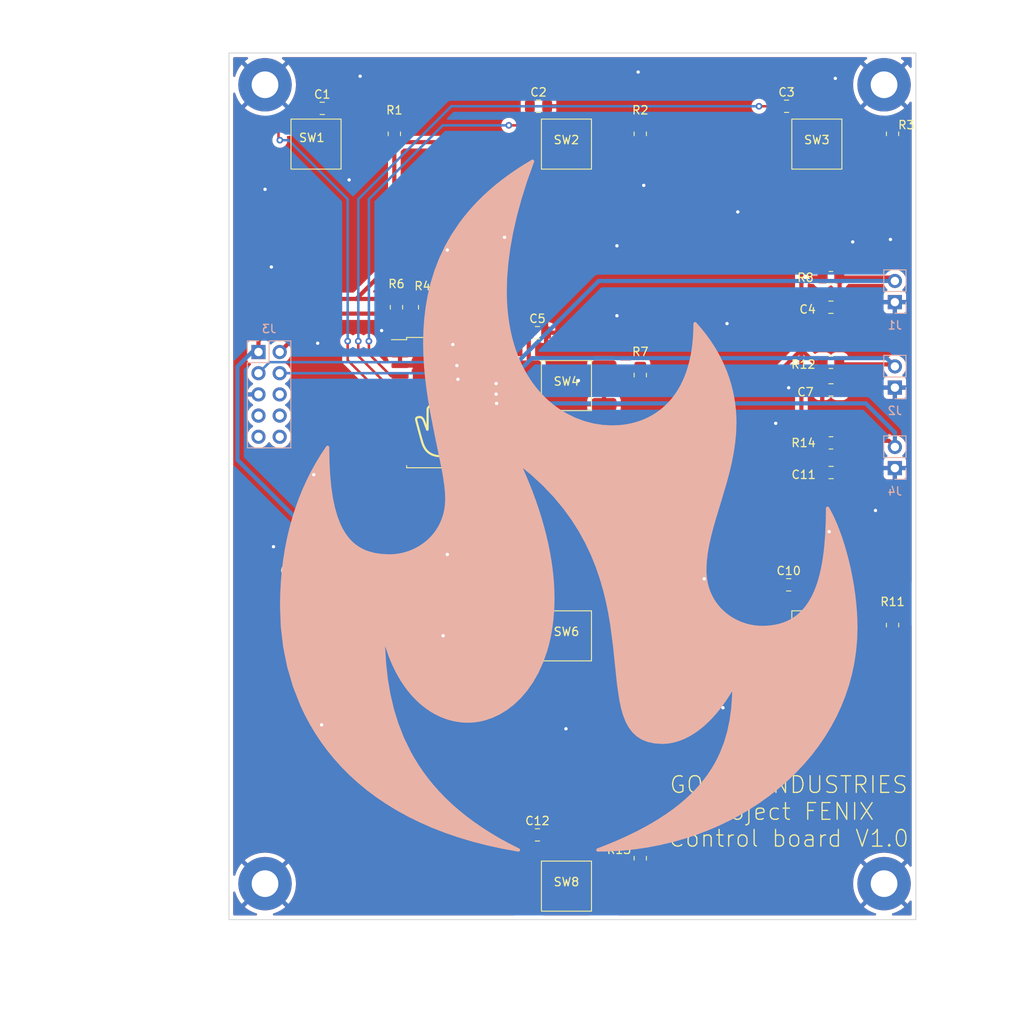
<source format=kicad_pcb>
(kicad_pcb (version 20211014) (generator pcbnew)
  (layers (0 "F.Cu" signal) (31 "B.Cu" signal) (34 "B.Paste" user) (35 "F.Paste" user) (36 "B.SilkS" user "B.Silkscreen") (37 "F.SilkS" user "F.Silkscreen") (38 "B.Mask" user) (39 "F.Mask" user) (44 "Edge.Cuts" user))
  (net 0 "")
  (net 1 "LEFT")
  (net 2 "GND")
  (net 3 "MENU")
  (net 4 "OK")
  (net 5 "DOWN")
  (net 6 "HOME")
  (net 7 "UP")
  (net 8 "RIGHT")
  (net 9 "BACK")
  (net 10 "BTN1")
  (net 11 "BTN2")
  (net 12 "BTN3")
  (net 13 "Net-(R1-Pad1)")
  (net 14 "+3.3V")
  (net 15 "Net-(R2-Pad1)")
  (net 16 "Net-(R3-Pad1)")
  (net 17 "Net-(R7-Pad1)")
  (net 26 "INT")
  (net 27 "SDA")
  (net 28 "SCL")
  (net 36 "Net-(R9-Pad1)")
  (net 37 "Net-(R10-Pad1)")
  (net 38 "Net-(R11-Pad1)")
  (net 39 "Net-(R13-Pad1)")
  (footprint "Resistor_SMD:R_0805_2012Metric_Pad1.20x1.40mm_HandSolder" (layer "F.Cu") (at 148.844 108.712 -90)
    (fp_text reference "R10")
    (fp_text value "10k")
  )
  (footprint "" (layer "F.Cu") (at 103.886 139.7)
    (fp_text reference "")
    (fp_text value "")
  )
  (footprint "Capacitor_SMD:C_0805_2012Metric_Pad1.18x1.45mm_HandSolder" (layer "F.Cu") (at 106.68 103.886)
    (fp_text reference "C8")
    (fp_text value "100nF")
  )
  (footprint "Resistor_SMD:R_0805_2012Metric_Pad1.20x1.40mm_HandSolder" (layer "F.Cu") (at 148.844 49.822 -90)
    (fp_text reference "R2")
    (fp_text value "10k")
  )
  (footprint "TL3301SPF160QG:TL3301SPF160QG" (layer "F.Cu") (at 170 51.054)
    (fp_text reference "SW3")
    (fp_text value "SW_MEC_5E")
  )
  (footprint "Capacitor_SMD:C_0805_2012Metric_Pad1.18x1.45mm_HandSolder" (layer "F.Cu") (at 171.688 70.612 180)
    (fp_text reference "C4")
    (fp_text value "100nF")
  )
  (footprint "TL3301SPF160QG:TL3301SPF160QG" (layer "F.Cu") (at 110 110)
    (fp_text reference "SW5")
    (fp_text value "SW_MEC_5E")
  )
  (footprint "Resistor_SMD:R_0805_2012Metric_Pad1.20x1.40mm_HandSolder" (layer "F.Cu") (at 119.38 108.966 -90)
    (fp_text reference "R9")
    (fp_text value "10k")
  )
  (footprint "Capacitor_SMD:C_0805_2012Metric_Pad1.18x1.45mm_HandSolder" (layer "F.Cu") (at 130.183857 69.7554)
    (fp_text reference "C6")
    (fp_text value "100nF")
  )
  (footprint "TL3301SPF160QG:TL3301SPF160QG" (layer "F.Cu") (at 140 110)
    (fp_text reference "SW6")
    (fp_text value "SW_MEC_5E")
  )
  (footprint "TL3301SPF160QG:TL3301SPF160QG" (layer "F.Cu") (at 140 80)
    (fp_text reference "SW4")
    (fp_text value "SW_MEC_5E")
  )
  (footprint "TL3301SPF160QG:TL3301SPF160QG" (layer "F.Cu") (at 110 51.054)
    (fp_text reference "SW1")
    (fp_text value "SW_MEC_5E")
  )
  (footprint "Resistor_SMD:R_0805_2012Metric_Pad1.20x1.40mm_HandSolder" (layer "F.Cu") (at 179.07 108.712 -90)
    (fp_text reference "R11")
    (fp_text value "10k")
  )
  (footprint "TL3301SPF160QG:TL3301SPF160QG" (layer "F.Cu") (at 170 110)
    (fp_text reference "SW7")
    (fp_text value "SW_MEC_5E")
  )
  (footprint "Capacitor_SMD:C_0805_2012Metric_Pad1.18x1.45mm_HandSolder" (layer "F.Cu") (at 136.652 46.52)
    (fp_text reference "C2")
    (fp_text value "100nF")
  )
  (footprint "Resistor_SMD:R_0805_2012Metric_Pad1.20x1.40mm_HandSolder" (layer "F.Cu") (at 119.38 49.822 -90)
    (fp_text reference "R1")
    (fp_text value "10k")
  )
  (footprint "Capacitor_SMD:C_0805_2012Metric_Pad1.18x1.45mm_HandSolder" (layer "F.Cu") (at 110.744 46.774)
    (fp_text reference "C1")
    (fp_text value "100nF")
  )
  (footprint "Capacitor_SMD:C_0805_2012Metric_Pad1.18x1.45mm_HandSolder" (layer "F.Cu") (at 136.525 73.66)
    (fp_text reference "C5")
    (fp_text value "100nF")
  )
  (footprint "Resistor_SMD:R_0805_2012Metric_Pad1.20x1.40mm_HandSolder" (layer "F.Cu") (at 171.688 67.056 180)
    (fp_text reference "R8")
    (fp_text value "10k")
  )
  (footprint "Capacitor_SMD:C_0805_2012Metric_Pad1.18x1.45mm_HandSolder" (layer "F.Cu") (at 166.624 103.886)
    (fp_text reference "C10")
    (fp_text value "100nF")
  )
  (footprint "TL3301SPF160QG:TL3301SPF160QG" (layer "F.Cu") (at 140 51.054)
    (fp_text reference "SW2")
    (fp_text value "SW_MEC_5E")
  )
  (footprint "" (layer "F.Cu") (at 178.054 139.7)
    (fp_text reference "")
    (fp_text value "")
  )
  (footprint "" (layer "F.Cu") (at 178.054 43.942)
    (fp_text reference "")
    (fp_text value "")
  )
  (footprint "Resistor_SMD:R_0805_2012Metric_Pad1.20x1.40mm_HandSolder" (layer "F.Cu") (at 148.844 136.652 90)
    (fp_text reference "R13")
    (fp_text value "10k")
  )
  (footprint "Resistor_SMD:R_0805_2012Metric_Pad1.20x1.40mm_HandSolder" (layer "F.Cu") (at 148.844 78.74 -90)
    (fp_text reference "R7")
    (fp_text value "10k")
  )
  (footprint "Capacitor_SMD:C_0805_2012Metric_Pad1.18x1.45mm_HandSolder" (layer "F.Cu") (at 166.37 46.52)
    (fp_text reference "C3")
    (fp_text value "100nF")
  )
  (footprint "Resistor_SMD:R_0805_2012Metric_Pad1.20x1.40mm_HandSolder" (layer "F.Cu") (at 179.07 49.822 -90)
    (fp_text reference "R3")
    (fp_text value "10k")
  )
  (footprint "Resistor_SMD:R_0805_2012Metric_Pad1.20x1.40mm_HandSolder" (layer "F.Cu") (at 171.688 86.868 180)
    (fp_text reference "R14")
    (fp_text value "10k")
  )
  (footprint "Resistor_SMD:R_0805_2012Metric_Pad1.20x1.40mm_HandSolder" (layer "F.Cu") (at 119.634 70.612 90)
    (fp_text reference "R6")
    (fp_text value "10k")
  )
  (footprint "" (layer "F.Cu") (at 103.886 43.942)
    (fp_text reference "")
    (fp_text value "")
  )
  (footprint "TL3301SPF160QG:TL3301SPF160QG" (layer "F.Cu") (at 140 140)
    (fp_text reference "SW8")
    (fp_text value "SW_MEC_5E")
  )
  (footprint "Resistor_SMD:R_0805_2012Metric_Pad1.20x1.40mm_HandSolder" (layer "F.Cu") (at 171.688 77.216 180)
    (fp_text reference "R12")
    (fp_text value "10k")
  )
  (footprint "Capacitor_SMD:C_0805_2012Metric_Pad1.18x1.45mm_HandSolder" (layer "F.Cu") (at 171.704 90.424 180)
    (fp_text reference "C11")
    (fp_text value "100nF")
  )
  (footprint "Capacitor_SMD:C_0805_2012Metric_Pad1.18x1.45mm_HandSolder" (layer "F.Cu") (at 171.688 80.518 180)
    (fp_text reference "C7")
    (fp_text value "100nF")
  )
  (footprint "Capacitor_SMD:C_0805_2012Metric_Pad1.18x1.45mm_HandSolder" (layer "F.Cu") (at 136.525 133.858)
    (fp_text reference "C12")
    (fp_text value "100nF")
  )
  (footprint "Capacitor_SMD:C_0805_2012Metric_Pad1.18x1.45mm_HandSolder" (layer "F.Cu") (at 136.652 103.886)
    (fp_text reference "C9")
    (fp_text value "100nF")
  )
  (footprint "Resistor_SMD:R_0805_2012Metric_Pad1.20x1.40mm_HandSolder" (layer "F.Cu") (at 123.010666 70.612 90)
    (fp_text reference "R4")
    (fp_text value "10k")
  )
  (footprint "Resistor_SMD:R_0805_2012Metric_Pad1.20x1.40mm_HandSolder" (layer "F.Cu") (at 126.387332 70.612 90)
    (fp_text reference "R5")
    (fp_text value "10k")
  )
  (footprint "Package_SO:SOIC-24W_7.5x15.4mm_P1.27mm" (layer "F.Cu") (at 124.714 82.042)
    (fp_text reference "U1")
    (fp_text value "PCA9555D")
  )
  (footprint "Connector_PinSocket_2.54mm:PinSocket_1x02_P2.54mm_Vertical" (layer "B.Cu") (at 179.349 70)
    (fp_text reference "J1")
    (fp_text value "BTN1")
  )
  (footprint "Connector_PinSocket_2.54mm:PinSocket_1x02_P2.54mm_Vertical" (layer "B.Cu") (at 179.349 89.896)
    (fp_text reference "J4")
    (fp_text value "BTN3")
  )
  (footprint "Connector_PinSocket_2.54mm:PinSocket_2x05_P2.54mm_Vertical" (layer "B.Cu") (at 103.104 75.976 180)
    (fp_text reference "J3")
    (fp_text value "IDC_CONN")
  )
  (footprint "Connector_PinSocket_2.54mm:PinSocket_1x02_P2.54mm_Vertical" (layer "B.Cu") (at 179.349 80.244)
    (fp_text reference "J2")
    (fp_text value "BTN2")
  )
  (gr_poly (pts (xy 135.128 55.372) (xy 134.442564 57.539929) (xy 133.87619 59.618562) (xy 133.423918 61.607898) (xy 133.080786 63.507937) (xy 132.841834 65.318679) (xy 132.702101 67.040124) (xy 132.656626 68.672272) (xy 132.676241 69.70604) (xy 132.734167 70.704034) (xy 132.829028 71.666449) (xy 132.95945 72.593479) (xy 133.124055 73.485317) (xy 133.321469 74.342158) (xy 133.550315 75.164194) (xy 133.809217 75.95162) (xy 134.096799 76.704629) (xy 134.411686 77.423416) (xy 134.752502 78.108174) (xy 135.117871 78.759097) (xy 135.506416 79.376378) (xy 135.916762 79.960212) (xy 136.347534 80.510792) (xy 136.797354 81.028312) (xy 137.264848 81.512965) (xy 137.74864 81.964947) (xy 138.247353 82.38445) (xy 138.759611 82.771667) (xy 139.28404 83.126794) (xy 139.819262 83.450024) (xy 140.916585 84.001566) (xy 142.040574 84.427845) (xy 143.18022 84.73041) (xy 144.324517 84.910813) (xy 145.462458 84.970602) (xy 146.376459 84.932698) (xy 146.832897 84.884532) (xy 147.287669 84.816193) (xy 147.739806 84.727158) (xy 148.188338 84.616903) (xy 148.632296 84.484905) (xy 149.070713 84.330641) (xy 149.502618 84.153588) (xy 149.927043 83.953223) (xy 150.343019 83.729021) (xy 150.749577 83.480461) (xy 151.145748 83.207018) (xy 151.530563 82.90817) (xy 151.903053 82.583394) (xy 152.262249 82.232165) (xy 152.607183 81.853961) (xy 152.936885 81.44826) (xy 153.250387 81.014536) (xy 153.546719 80.552268) (xy 153.824913 80.060931) (xy 154.083999 79.540004) (xy 154.323009 78.988962) (xy 154.540974 78.407282) (xy 154.736924 77.794442) (xy 154.909892 77.149917) (xy 155.058907 76.473185) (xy 155.183002 75.763723) (xy 155.281207 75.021006) (xy 155.352552 74.244513) (xy 155.39607 73.43372) (xy 155.410792 72.588103) (xy 156.004942 73.268862) (xy 156.557389 73.961249) (xy 157.068598 74.664487) (xy 157.539034 75.377803) (xy 157.969163 76.10042) (xy 158.35945 76.831564) (xy 158.710358 77.57046) (xy 159.022355 78.316331) (xy 159.295904 79.068404) (xy 159.531471 79.825903) (xy 159.729521 80.588053) (xy 159.890519 81.354079) (xy 160.01493 82.123205) (xy 160.103219 82.894657) (xy 160.155852 83.667659) (xy 160.173293 84.441437) (xy 160.132882 85.66312) (xy 160.018677 86.867749) (xy 159.84122 88.055636) (xy 159.611053 89.227089) (xy 159.338718 90.382419) (xy 159.034757 91.521936) (xy 158.374125 93.754771) (xy 157.713493 95.928075) (xy 157.409532 96.993178) (xy 157.137197 98.044328) (xy 156.90703 99.081836) (xy 156.729573 100.106011) (xy 156.615368 101.117164) (xy 156.574957 102.115605) (xy 156.585079 102.517108) (xy 156.615007 102.907933) (xy 156.66408 103.287945) (xy 156.73164 103.657009) (xy 156.817029 104.014987) (xy 156.919587 104.361746) (xy 157.038656 104.697148) (xy 157.173577 105.021059) (xy 157.323691 105.333343) (xy 157.488338 105.633864) (xy 157.666861 105.922487) (xy 157.8586 106.199075) (xy 158.062896 106.463494) (xy 158.279091 106.715607) (xy 158.506526 106.955279) (xy 158.744541 107.182374) (xy 158.992478 107.396757) (xy 159.249678 107.598292) (xy 159.515483 107.786843) (xy 159.789232 107.962275) (xy 160.070268 108.124452) (xy 160.357932 108.273238) (xy 160.651564 108.408498) (xy 160.950505 108.530096) (xy 161.254098 108.637896) (xy 161.561683 108.731763) (xy 161.872601 108.811561) (xy 162.186193 108.877155) (xy 162.501801 108.928408) (xy 162.818765 108.965185) (xy 163.136426 108.987351) (xy 163.454127 108.99477) (xy 164.007345 108.979015) (xy 164.536205 108.931983) (xy 165.041151 108.854023) (xy 165.52263 108.745483) (xy 165.981087 108.606713) (xy 166.416968 108.43806) (xy 166.830718 108.239875) (xy 167.222784 108.012505) (xy 167.593611 107.7563) (xy 167.943644 107.471608) (xy 168.27333 107.158778) (xy 168.583114 106.818159) (xy 168.873442 106.4501) (xy 169.14476 106.05495) (xy 169.397512 105.633057) (xy 169.632146 105.184771) (xy 169.849106 104.710439) (xy 170.048839 104.210412) (xy 170.231789 103.685037) (xy 170.398404 103.134664) (xy 170.549128 102.559641) (xy 170.684407 101.960317) (xy 170.804687 101.337041) (xy 170.910414 100.690162) (xy 171.002033 100.020028) (xy 171.07999 99.326989) (xy 171.196702 97.87359) (xy 171.264114 96.332754) (xy 171.285792 94.707272) (xy 171.62032 95.316537) (xy 171.947872 95.989674) (xy 172.266431 96.721103) (xy 172.573984 97.505241) (xy 172.868514 98.336508) (xy 173.148005 99.209323) (xy 173.410444 100.118104) (xy 173.653814 101.057272) (xy 173.8761 102.021244) (xy 174.075286 103.004439) (xy 174.249358 104.001277) (xy 174.396299 105.006177) (xy 174.514095 106.013557) (xy 174.600731 107.017837) (xy 174.65419 108.013435) (xy 174.672457 108.99477) (xy 174.630063 110.430749) (xy 174.504457 111.840643) (xy 174.298003 113.223175) (xy 174.013066 114.577065) (xy 173.652009 115.901035) (xy 173.217197 117.193805) (xy 172.710994 118.454096) (xy 172.135764 119.68063) (xy 171.493872 120.872127) (xy 170.787681 122.027308) (xy 170.019557 123.144895) (xy 169.191862 124.223608) (xy 168.306961 125.262169) (xy 167.367219 126.259298) (xy 166.374999 127.213716) (xy 165.332666 128.124145) (xy 164.242584 128.989305) (xy 163.107117 129.807918) (xy 161.92863 130.578704) (xy 160.709486 131.300385) (xy 159.45205 131.971681) (xy 158.158685 132.591313) (xy 156.831758 133.158003) (xy 155.47363 133.670472) (xy 154.086667 134.12744) (xy 152.673232 134.527629) (xy 151.235691 134.869759) (xy 149.776407 135.152552) (xy 148.297744 135.374728) (xy 146.802067 135.535009) (xy 145.291739 135.632115) (xy 143.769125 135.664768) (xy 145.026368 135.173661) (xy 146.219466 134.672787) (xy 147.350011 134.162301) (xy 148.41959 133.642359) (xy 149.429793 133.113114) (xy 150.382209 132.574723) (xy 151.278427 132.02734) (xy 152.120035 131.471121) (xy 152.908624 130.90622) (xy 153.645781 130.332792) (xy 154.333097 129.750993) (xy 154.97216 129.160977) (xy 155.564559 128.5629) (xy 156.111883 127.956916) (xy 156.615722 127.343181) (xy 157.077664 126.72185) (xy 157.499298 126.093077) (xy 157.882214 125.457017) (xy 158.228 124.813827) (xy 158.538246 124.16366) (xy 159.058472 122.843017) (xy 159.455605 121.49633) (xy 159.742358 120.124838) (xy 159.931442 118.729781) (xy 160.035569 117.3124) (xy 160.067454 115.873936) (xy 159.749702 116.424422) (xy 159.431678 116.945318) (xy 159.113732 117.437416) (xy 158.796213 117.901513) (xy 158.479469 118.338402) (xy 158.163848 118.748878) (xy 157.849701 119.133735) (xy 157.537375 119.493768) (xy 157.227219 119.829772) (xy 156.919583 120.14254) (xy 156.313264 120.701551) (xy 155.721207 121.177155) (xy 155.146203 121.57571) (xy 154.591044 121.903572) (xy 154.058518 122.167097) (xy 153.551418 122.37264) (xy 153.072533 122.526559) (xy 152.624653 122.635209) (xy 152.21057 122.704947) (xy 151.833074 122.742128) (xy 151.494955 122.753109) (xy 150.58431 122.695916) (xy 149.790848 122.52749) (xy 149.105247 122.252558) (xy 148.518186 121.87585) (xy 148.020345 121.402093) (xy 147.602402 120.836017) (xy 147.255037 120.182348) (xy 146.968927 119.445817) (xy 146.734752 118.631151) (xy 146.54319 117.743078) (xy 146.250624 115.765628) (xy 145.766726 111.1379) (xy 145.426256 108.563276) (xy 145.198766 107.227324) (xy 144.920679 105.86525) (xy 144.582674 104.481781) (xy 144.175428 103.081647) (xy 143.689621 101.669575) (xy 143.115932 100.250295) (xy 142.445039 98.828534) (xy 141.667623 97.409021) (xy 140.77436 95.996485) (xy 139.755931 94.595653) (xy 138.603014 93.211255) (xy 137.306288 91.848018) (xy 135.856431 90.51067) (xy 134.244124 89.203942) (xy 134.77882 90.384593) (xy 135.272278 91.54509) (xy 135.725429 92.685124) (xy 136.139202 93.804383) (xy 136.514527 94.902559) (xy 136.852336 95.979341) (xy 137.153558 97.034418) (xy 137.419123 98.067482) (xy 137.649962 99.078221) (xy 137.847004 100.066326) (xy 138.01118 101.031486) (xy 138.14342 101.973392) (xy 138.244654 102.891734) (xy 138.315812 103.7862) (xy 138.357825 104.656483) (xy 138.371623 105.50227) (xy 138.356594 106.382501) (xy 138.312169 107.237151) (xy 138.239334 108.066067) (xy 138.139079 108.869093) (xy 138.012391 109.646074) (xy 137.860259 110.396855) (xy 137.683671 111.121281) (xy 137.483615 111.819197) (xy 137.017054 113.134879) (xy 136.468483 114.34266) (xy 135.845808 115.441301) (xy 135.156936 116.429561) (xy 134.409772 117.3062) (xy 133.612224 118.069977) (xy 132.772198 118.719653) (xy 131.8976 119.253987) (xy 130.996337 119.671739) (xy 130.076316 119.971668) (xy 129.611741 120.077063) (xy 129.145442 120.152536) (xy 128.678406 120.197934) (xy 128.211623 120.213101) (xy 127.814825 120.203166) (xy 127.418493 120.17331) (xy 127.023091 120.123455) (xy 126.629084 120.053524) (xy 126.236938 119.963439) (xy 125.847117 119.853123) (xy 125.460086 119.722498) (xy 125.076311 119.571486) (xy 124.696257 119.400011) (xy 124.320388 119.207994) (xy 123.949171 118.995359) (xy 123.583069 118.762027) (xy 123.222549 118.507921) (xy 122.868074 118.232964) (xy 122.520111 117.937078) (xy 122.179124 117.620185) (xy 121.845578 117.282208) (xy 121.519939 116.92307) (xy 121.202672 116.542693) (xy 120.894241 116.141) (xy 120.595112 115.717912) (xy 120.30575 115.273353) (xy 120.02662 114.807244) (xy 119.758186 114.31951) (xy 119.500915 113.810071) (xy 119.255271 113.27885) (xy 119.02172 112.72577) (xy 118.800725 112.150754) (xy 118.592754 111.553724) (xy 118.398269 110.934602) (xy 118.217738 110.29331) (xy 118.051624 109.629772) (xy 118.088133 111.508108) (xy 118.204793 113.37032) (xy 118.412299 115.212688) (xy 118.72135 117.031491) (xy 119.142642 118.82301) (xy 119.686873 120.583522) (xy 120.364738 122.309308) (xy 121.186936 123.996646) (xy 121.655503 124.824735) (xy 122.164163 125.641817) (xy 122.714256 126.447426) (xy 123.307117 127.241098) (xy 123.944084 128.022368) (xy 124.626494 128.790771) (xy 125.355684 129.545841) (xy 126.132991 130.287113) (xy 126.959752 131.014123) (xy 127.837305 131.726405) (xy 128.766987 132.423494) (xy 129.750134 133.104925) (xy 130.788085 133.770233) (xy 131.882175 134.418953) (xy 133.033742 135.05062) (xy 134.244124 135.664768) (xy 132.347027 135.319654) (xy 130.524635 134.920473) (xy 128.775999 134.46897) (xy 127.100168 133.966888) (xy 125.496193 133.415972) (xy 123.963124 132.817966) (xy 122.500013 132.174614) (xy 121.105909 131.48766) (xy 119.779862 130.758848) (xy 118.520924 129.989922) (xy 117.328145 129.182626) (xy 116.200575 128.338705) (xy 115.137265 127.459902) (xy 114.137265 126.547962) (xy 113.199625 125.604628) (xy 112.323396 124.631645) (xy 111.507629 123.630757) (xy 110.751374 122.603707) (xy 110.05368 121.55224) (xy 109.4136 120.4781) (xy 108.830183 119.383032) (xy 108.30248 118.268778) (xy 107.410415 115.989693) (xy 106.729811 113.654797) (xy 106.25307 111.278043) (xy 105.972596 108.873385) (xy 105.880793 106.454773) (xy 105.905391 105.003699) (xy 105.978358 103.587351) (xy 106.098454 102.205729) (xy 106.264439 100.858835) (xy 106.475072 99.546667) (xy 106.729113 98.269225) (xy 107.025323 97.02651) (xy 107.36246 95.818522) (xy 107.739284 94.645261) (xy 108.154556 93.506726) (xy 108.607035 92.402917) (xy 109.09548 91.333835) (xy 109.618652 90.29948) (xy 110.175311 89.299851) (xy 110.764215 88.334949) (xy 111.384126 87.404774) (xy 111.411514 89.138078) (xy 111.494093 90.729221) (xy 111.632483 92.182387) (xy 111.827303 93.501764) (xy 112.079174 94.691536) (xy 112.388716 95.75589) (xy 112.756548 96.69901) (xy 112.962518 97.126416) (xy 113.183292 97.525084) (xy 113.41895 97.895536) (xy 113.669568 98.238296) (xy 113.935223 98.553887) (xy 114.215994 98.842833) (xy 114.511958 99.105656) (xy 114.823192 99.34288) (xy 115.149774 99.555028) (xy 115.491782 99.742623) (xy 115.849292 99.906189) (xy 116.222383 100.046248) (xy 117.015616 100.257941) (xy 117.872102 100.381887) (xy 118.792459 100.422272) (xy 119.110159 100.414853) (xy 119.427821 100.392687) (xy 119.744784 100.35591) (xy 120.060392 100.304656) (xy 120.373984 100.239063) (xy 120.684901 100.159265) (xy 120.992486 100.065398) (xy 121.296079 99.957597) (xy 121.59502 99.835999) (xy 121.888652 99.70074) (xy 122.176315 99.551953) (xy 122.457351 99.389777) (xy 122.731101 99.214345) (xy 122.996905 99.025794) (xy 123.254105 98.824259) (xy 123.502042 98.609876) (xy 123.740057 98.382781) (xy 123.967492 98.143109) (xy 124.183687 97.890995) (xy 124.387983 97.626577) (xy 124.579722 97.349988) (xy 124.758245 97.061366) (xy 124.922892 96.760845) (xy 125.073006 96.448561) (xy 125.207926 96.12465) (xy 125.326995 95.789247) (xy 125.429554 95.442489) (xy 125.514943 95.08451) (xy 125.582503 94.715447) (xy 125.631576 94.335435) (xy 125.661503 93.944609) (xy 125.671626 93.543106) (xy 125.641912 92.772326) (xy 125.557937 91.931007) (xy 125.427455 91.023026) (xy 125.258214 90.052259) (xy 124.348709 85.618834) (xy 123.862951 83.12617) (xy 123.639451 81.824415) (xy 123.439205 80.490879) (xy 123.269964 79.129438) (xy 123.139482 77.743967) (xy 123.055507 76.338342) (xy 123.025793 74.916439) (xy 123.056851 73.482134) (xy 123.155191 72.039302) (xy 123.328566 70.591819) (xy 123.584726 69.143561) (xy 123.931423 67.698404) (xy 124.376408 66.260223) (xy 124.927434 64.832894) (xy 125.592251 63.420293) (xy 126.378612 62.026296) (xy 127.294266 60.654778) (xy 127.803002 59.978659) (xy 128.346967 59.309614) (xy 128.927132 58.648127) (xy 129.544465 57.994682) (xy 130.199935 57.349763) (xy 130.894512 56.713856) (xy 131.629163 56.087444) (xy 132.404859 55.471012) (xy 133.222568 54.865044) (xy 134.083258 54.270026) (xy 134.987899 53.68644) (xy 135.93746 53.114773)) (layer "B.SilkS") (width 0.4) (fill solid))
  (gr_poly (pts (xy 124.968 80.01) (xy 125.001529 80.012554) (xy 125.034519 80.016758) (xy 125.066931 80.022567) (xy 125.098727 80.02994) (xy 125.129871 80.038832) (xy 125.160323 80.0492) (xy 125.190045 80.061) (xy 125.219001 80.07419) (xy 125.247151 80.088725) (xy 125.274458 80.104562) (xy 125.300885 80.121659) (xy 125.326392 80.13997) (xy 125.350942 80.159454) (xy 125.374497 80.180067) (xy 125.397019 80.201764) (xy 125.41847 80.224504) (xy 125.438813 80.248242) (xy 125.458009 80.272935) (xy 125.476019 80.298539) (xy 125.492808 80.325012) (xy 125.508335 80.352309) (xy 125.522564 80.380387) (xy 125.535456 80.409204) (xy 125.546974 80.438715) (xy 125.557079 80.468877) (xy 125.565733 80.499646) (xy 125.5729 80.53098) (xy 125.578539 80.562835) (xy 125.582615 80.595167) (xy 125.585088 80.627933) (xy 125.585921 80.66109) (xy 125.585921 82.389772) (xy 125.606636 82.373571) (xy 125.628017 82.358311) (xy 125.650034 82.344005) (xy 125.672658 82.330667) (xy 125.695862 82.318313) (xy 125.719614 82.306958) (xy 125.743888 82.296614) (xy 125.768653 82.287298) (xy 125.79388 82.279023) (xy 125.819542 82.271805) (xy 125.845608 82.265657) (xy 125.87205 82.260594) (xy 125.898839 82.256631) (xy 125.925945 82.253783) (xy 125.953341 82.252063) (xy 125.980997 82.251486) (xy 126.014215 82.252294) (xy 126.047143 82.254706) (xy 126.079722 82.25871) (xy 126.111895 82.264291) (xy 126.143605 82.271434) (xy 126.174792 82.280124) (xy 126.2054 82.290349) (xy 126.235371 82.302093) (xy 126.264646 82.315342) (xy 126.293169 82.330082) (xy 126.320881 82.346298) (xy 126.347724 82.363977) (xy 126.37364 82.383103) (xy 126.398572 82.403662) (xy 126.422463 82.425641) (xy 126.445253 82.449024) (xy 126.449413 82.45363) (xy 126.454502 82.459977) (xy 126.46052 82.46795) (xy 126.467465 82.477429) (xy 126.484136 82.500436) (xy 126.504509 82.528055) (xy 126.523765 82.564263) (xy 126.543839 82.606609) (xy 126.553856 82.630265) (xy 126.563687 82.655672) (xy 126.5732 82.682903) (xy 126.582265 82.712029) (xy 126.590752 82.743123) (xy 126.598531 82.776257) (xy 126.605471 82.811503) (xy 126.611441 82.848934) (xy 126.616312 82.888621) (xy 126.619952 82.930637) (xy 126.622232 82.975054) (xy 126.623021 83.021944) (xy 126.623021 83.061425) (xy 126.64156 83.046959) (xy 126.660172 83.033217) (xy 126.678928 83.020226) (xy 126.6979 83.008017) (xy 126.717162 82.996618) (xy 126.736784 82.986059) (xy 126.756841 82.976367) (xy 126.777402 82.967573) (xy 126.798542 82.959705) (xy 126.820333 82.952792) (xy 126.842846 82.946863) (xy 126.866153 82.941947) (xy 126.890328 82.938073) (xy 126.915442 82.93527) (xy 126.941568 82.933567) (xy 126.968778 82.932993) (xy 126.968778 82.932994) (xy 126.968778 82.932996) (xy 126.968777 82.932998) (xy 126.968776 82.933001) (xy 126.968775 82.933003) (xy 126.968773 82.933009) (xy 126.968772 82.933012) (xy 126.968771 82.933014) (xy 127.001616 82.933875) (xy 127.033471 82.936429) (xy 127.064332 82.940633) (xy 127.094193 82.946442) (xy 127.123048 82.953815) (xy 127.150892 82.962707) (xy 127.177719 82.973074) (xy 127.203525 82.984874) (xy 127.228303 82.998063) (xy 127.252049 83.012598) (xy 127.274757 83.028435) (xy 127.296421 83.04553) (xy 127.317036 83.063841) (xy 127.336597 83.083324) (xy 127.355098 83.103935) (xy 127.372534 83.125631) (xy 127.388899 83.148369) (xy 127.404188 83.172104) (xy 127.418396 83.196795) (xy 127.431516 83.222397) (xy 127.443544 83.248867) (xy 127.454475 83.276161) (xy 127.473021 83.333049) (xy 127.48711 83.392714) (xy 127.4967 83.454808) (xy 127.501747 83.518984) (xy 127.502207 83.584895) (xy 127.502207 85.856783) (xy 127.50022 86.001691) (xy 127.494182 86.143735) (xy 127.483977 86.282827) (xy 127.46949 86.418881) (xy 127.450604 86.55181) (xy 127.427203 86.681527) (xy 127.399173 86.807946) (xy 127.366396 86.930979) (xy 127.328758 87.05054) (xy 127.286142 87.166541) (xy 127.238433 87.278897) (xy 127.185515 87.387521) (xy 127.127272 87.492324) (xy 127.063589 87.593222) (xy 126.994348 87.690126) (xy 126.919436 87.782951) (xy 126.832823 87.879955) (xy 126.743242 87.97091) (xy 126.650507 88.055787) (xy 126.554429 88.134558) (xy 126.454819 88.207193) (xy 126.351491 88.273663) (xy 126.244255 88.33394) (xy 126.132924 88.387995) (xy 126.017311 88.435799) (xy 125.897226 88.477322) (xy 125.772481 88.512537) (xy 125.64289 88.541413) (xy 125.508263 88.563923) (xy 125.368413 88.580037) (xy 125.223152 88.589727) (xy 125.072292 88.592963) (xy 124.832189 88.586573) (xy 124.716771 88.578557) (xy 124.604413 88.567304) (xy 124.495094 88.552795) (xy 124.388791 88.535012) (xy 124.285483 88.513937) (xy 124.185148 88.489553) (xy 124.087765 88.461841) (xy 123.993312 88.430782) (xy 123.901767 88.396359) (xy 123.813109 88.358554) (xy 123.727316 88.317349) (xy 123.644365 88.272726) (xy 123.564237 88.224666) (xy 123.486908 88.173151) (xy 123.412357 88.118164) (xy 123.340563 88.059686) (xy 123.271503 87.9977) (xy 123.205156 87.932186) (xy 123.141501 87.863128) (xy 123.080516 87.790507) (xy 123.022178 87.714304) (xy 122.966467 87.634503) (xy 122.913361 87.551084) (xy 122.862837 87.46403) (xy 122.814875 87.373323) (xy 122.769453 87.278944) (xy 122.726548 87.180876) (xy 122.686139 87.0791) (xy 122.648205 86.973598) (xy 122.612724 86.864352) (xy 122.505142 86.494052) (xy 122.387374 86.070737) (xy 122.150914 85.190076) (xy 121.881751 84.167719) (xy 121.874924 84.148987) (xy 121.869239 84.129863) (xy 121.864682 84.110418) (xy 121.861238 84.090726) (xy 121.858892 84.070858) (xy 121.857632 84.050888) (xy 121.857533 84.040564) (xy 122.111382 84.040564) (xy 122.111498 84.047566) (xy 122.111844 84.05467) (xy 122.112422 84.061859) (xy 122.11323 84.06912) (xy 122.114269 84.076439) (xy 122.115539 84.083799) (xy 122.11704 84.091187) (xy 122.118772 84.098588) (xy 122.38917 85.12589) (xy 122.628555 86.009953) (xy 122.748769 86.434384) (xy 122.859605 86.805099) (xy 122.926671 86.998322) (xy 123.0021 87.178031) (xy 123.086153 87.344369) (xy 123.17909 87.497483) (xy 123.228971 87.569125) (xy 123.281171 87.637516) (xy 123.335723 87.702672) (xy 123.392658 87.764613) (xy 123.45201 87.823356) (xy 123.51381 87.878919) (xy 123.578092 87.931321) (xy 123.644889 87.980579) (xy 123.714231 88.026712) (xy 123.786153 88.069737) (xy 123.860687 88.109673) (xy 123.937865 88.146538) (xy 124.01772 88.18035) (xy 124.100284 88.211126) (xy 124.273671 88.263647) (xy 124.458286 88.304245) (xy 124.65439 88.333064) (xy 124.862243 88.350249) (xy 125.082105 88.355946) (xy 125.218378 88.352947) (xy 125.349501 88.344001) (xy 125.475646 88.329179) (xy 125.596987 88.308554) (xy 125.713699 88.282198) (xy 125.825955 88.250183) (xy 125.933927 88.212582) (xy 126.037791 88.169467) (xy 126.13772 88.120911) (xy 126.233886 88.066987) (xy 126.326464 88.007765) (xy 126.415628 87.94332) (xy 126.50155 87.873722) (xy 126.584405 87.799046) (xy 126.664367 87.719362) (xy 126.741608 87.634744) (xy 126.809348 87.549555) (xy 126.871879 87.46072) (xy 126.929315 87.368297) (xy 126.981773 87.272343) (xy 127.029368 87.172918) (xy 127.072216 87.070078) (xy 127.110434 86.963882) (xy 127.144137 86.854387) (xy 127.173441 86.741651) (xy 127.198462 86.625732) (xy 127.219315 86.506689) (xy 127.236117 86.384578) (xy 127.248984 86.259458) (xy 127.258031 86.131387) (xy 127.263374 86.000422) (xy 127.265129 85.866622) (xy 127.265129 84.454135) (xy 127.275016 83.585023) (xy 127.274075 83.544774) (xy 127.271196 83.505655) (xy 127.266291 83.467868) (xy 127.263051 83.449537) (xy 127.259272 83.431614) (xy 127.254944 83.414126) (xy 127.250055 83.397098) (xy 127.244594 83.380554) (xy 127.238551 83.364521) (xy 127.231915 83.349022) (xy 127.224674 83.334085) (xy 127.216819 83.319734) (xy 127.208337 83.305993) (xy 127.199219 83.29289) (xy 127.189454 83.280449) (xy 127.17903 83.268694) (xy 127.167936 83.257653) (xy 127.156163 83.247349) (xy 127.143699 83.237809) (xy 127.130533 83.229057) (xy 127.116654 83.221118) (xy 127.102052 83.214019) (xy 127.086715 83.207785) (xy 127.070633 83.20244) (xy 127.053795 83.19801) (xy 127.03619 83.19452) (xy 127.017807 83.191997) (xy 126.998636 83.190464) (xy 126.978665 83.189947) (xy 126.958552 83.190464) (xy 126.938968 83.191997) (xy 126.919919 83.19452) (xy 126.901412 83.19801) (xy 126.883455 83.20244) (xy 126.866056 83.207785) (xy 126.84922 83.214019) (xy 126.832956 83.221118) (xy 126.817271 83.229056) (xy 126.802172 83.237808) (xy 126.787666 83.247349) (xy 126.773761 83.257653) (xy 126.760463 83.268694) (xy 126.747781 83.280448) (xy 126.73572 83.29289) (xy 126.724289 83.305993) (xy 126.713495 83.319733) (xy 126.703345 83.334085) (xy 126.693846 83.349022) (xy 126.685005 83.36452) (xy 126.67683 83.380554) (xy 126.669328 83.397098) (xy 126.662506 83.414126) (xy 126.656371 83.431614) (xy 126.646193 83.467867) (xy 126.638851 83.505655) (xy 126.634403 83.544774) (xy 126.632908 83.585023) (xy 126.632908 84.454285) (xy 126.632736 84.46074) (xy 126.632225 84.467127) (xy 126.631386 84.473439) (xy 126.630227 84.479665) (xy 126.628756 84.485797) (xy 126.626984 84.491825) (xy 126.624918 84.497741) (xy 126.622568 84.503536) (xy 126.619944 84.509201) (xy 126.617054 84.514726) (xy 126.613906 84.520102) (xy 126.610511 84.525321) (xy 126.606877 84.530374) (xy 126.603014 84.535251) (xy 126.598929 84.539943) (xy 126.594633 84.544442) (xy 126.590135 84.548738) (xy 126.585442 84.552823) (xy 126.580565 84.556686) (xy 126.575513 84.56032) (xy 126.570294 84.563715) (xy 126.564917 84.566863) (xy 126.559392 84.569753) (xy 126.553727 84.572377) (xy 126.547932 84.574727) (xy 126.542016 84.576793) (xy 126.535988 84.578565) (xy 126.529856 84.580036) (xy 126.523629 84.581195) (xy 126.517318 84.582035) (xy 126.51093 84.582545) (xy 126.504475 84.582717) (xy 126.498021 84.582545) (xy 126.491633 84.582035) (xy 126.485322 84.581195) (xy 126.479096 84.580036) (xy 126.472964 84.578565) (xy 126.466935 84.576793) (xy 126.461019 84.574727) (xy 126.455224 84.572378) (xy 126.44956 84.569753) (xy 126.444035 84.566863) (xy 126.438658 84.563716) (xy 126.433439 84.560321) (xy 126.428387 84.556687) (xy 126.42351 84.552823) (xy 126.418817 84.548739) (xy 126.414319 84.544443) (xy 126.410023 84.539944) (xy 126.405938 84.535252) (xy 126.402074 84.530375) (xy 126.398441 84.525322) (xy 126.395045 84.520103) (xy 126.391898 84.514727) (xy 126.389008 84.509202) (xy 126.386383 84.503537) (xy 126.384034 84.497742) (xy 126.381968 84.491826) (xy 126.380196 84.485797) (xy 126.378725 84.479665) (xy 126.377565 84.473439) (xy 126.376726 84.467128) (xy 126.376216 84.46074) (xy 126.376044 84.454285) (xy 126.376044 82.903439) (xy 126.375527 82.883186) (xy 126.373994 82.86319) (xy 126.37147 82.843477) (xy 126.367981 82.824071) (xy 126.363551 82.804998) (xy 126.358206 82.786283) (xy 126.351971 82.767952) (xy 126.344872 82.75003) (xy 126.336934 82.732542) (xy 126.328182 82.715514) (xy 126.318642 82.69897) (xy 126.308338 82.682936) (xy 126.297296 82.667438) (xy 126.285542 82.652501) (xy 126.273101 82.638149) (xy 126.259997 82.624409) (xy 126.246257 82.611306) (xy 126.231906 82.598864) (xy 126.216968 82.58711) (xy 126.20147 82.576069) (xy 126.185437 82.565765) (xy 126.168893 82.556224) (xy 126.151864 82.547472) (xy 126.134376 82.539534) (xy 126.116454 82.532435) (xy 126.098123 82.5262) (xy 126.079409 82.520856) (xy 126.060336 82.516426) (xy 126.04093 82.512936) (xy 126.021216 82.510412) (xy 126.001221 82.50888) (xy 125.980968 82.508363) (xy 125.960715 82.50888) (xy 125.940719 82.510412) (xy 125.921005 82.512936) (xy 125.901599 82.516426) (xy 125.882527 82.520856) (xy 125.863812 82.5262) (xy 125.845481 82.532435) (xy 125.827559 82.539534) (xy 125.810071 82.547472) (xy 125.793042 82.556224) (xy 125.776498 82.565765) (xy 125.760465 82.576069) (xy 125.744967 82.58711) (xy 125.730029 82.598864) (xy 125.715678 82.611306) (xy 125.701938 82.624409) (xy 125.688834 82.638149) (xy 125.676393 82.652501) (xy 125.664639 82.667438) (xy 125.653597 82.682936) (xy 125.643293 82.69897) (xy 125.633753 82.715514) (xy 125.625001 82.732542) (xy 125.617063 82.75003) (xy 125.609964 82.767952) (xy 125.603729 82.786283) (xy 125.598384 82.804998) (xy 125.593954 82.824071) (xy 125.590465 82.843477) (xy 125.587941 82.86319) (xy 125.586408 82.883186) (xy 125.585892 82.903439) (xy 125.585892 84.454214) (xy 125.58572 84.460669) (xy 125.585209 84.467057) (xy 125.58437 84.473368) (xy 125.58321 84.479594) (xy 125.58174 84.485726) (xy 125.579967 84.491755) (xy 125.577902 84.497671) (xy 125.575552 84.503466) (xy 125.572928 84.50913) (xy 125.570037 84.514655) (xy 125.56689 84.520032) (xy 125.563495 84.525251) (xy 125.559861 84.530303) (xy 125.555998 84.53518) (xy 125.551913 84.539873) (xy 125.547617 84.544372) (xy 125.543118 84.548668) (xy 125.538426 84.552752) (xy 125.533549 84.556616) (xy 125.528497 84.56025) (xy 125.523277 84.563645) (xy 125.517901 84.566792) (xy 125.512376 84.569682) (xy 125.506711 84.572307) (xy 125.500916 84.574656) (xy 125.495 84.576722) (xy 125.488971 84.578495) (xy 125.482839 84.579965) (xy 125.476613 84.581125) (xy 125.470302 84.581964) (xy 125.463914 84.582474) (xy 125.457459 84.582647) (xy 125.451005 84.582474) (xy 125.444617 84.581964) (xy 125.438306 84.581125) (xy 125.43208 84.579965) (xy 125.425948 84.578495) (xy 125.419919 84.576722) (xy 125.414003 84.574657) (xy 125.408208 84.572307) (xy 125.402544 84.569683) (xy 125.397019 84.566792) (xy 125.391642 84.563645) (xy 125.386423 84.56025) (xy 125.381371 84.556616) (xy 125.376494 84.552753) (xy 125.371801 84.548668) (xy 125.367302 84.544372) (xy 125.363006 84.539874) (xy 125.358922 84.535181) (xy 125.355058 84.530304) (xy 125.351424 84.525252) (xy 125.348029 84.520033) (xy 125.344882 84.514656) (xy 125.341992 84.509131) (xy 125.339367 84.503467) (xy 125.337018 84.497672) (xy 125.334952 84.491755) (xy 125.333179 84.485727) (xy 125.331709 84.479595) (xy 125.330549 84.473369) (xy 125.32971 84.467057) (xy 125.3292 84.460669) (xy 125.329028 84.454214) (xy 125.329028 80.661148) (xy 125.328511 80.640895) (xy 125.326978 80.620899) (xy 125.324454 80.601186) (xy 125.320965 80.58178) (xy 125.316535 80.562707) (xy 125.31119 80.543993) (xy 125.304955 80.525661) (xy 125.297856 80.507739) (xy 125.289918 80.490251) (xy 125.281166 80.473223) (xy 125.271626 80.456679) (xy 125.261322 80.440645) (xy 125.25028 80.425147) (xy 125.238526 80.41021) (xy 125.226085 80.395858) (xy 125.212981 80.382118) (xy 125.199241 80.369015) (xy 125.18489 80.356574) (xy 125.169952 80.344819) (xy 125.154454 80.333778) (xy 125.13842 80.323474) (xy 125.121877 80.313934) (xy 125.104848 80.305182) (xy 125.08736 80.297243) (xy 125.069438 80.290144) (xy 125.051107 80.28391) (xy 125.032392 80.278565) (xy 125.01332 80.274135) (xy 124.993914 80.270645) (xy 124.9742 80.268122) (xy 124.954204 80.266589) (xy 124.933952 80.266072) (xy 124.913699 80.266589) (xy 124.893703 80.268122) (xy 124.873989 80.270645) (xy 124.854583 80.274135) (xy 124.835511 80.278565) (xy 124.816796 80.28391) (xy 124.798465 80.290144) (xy 124.780543 80.297243) (xy 124.763055 80.305182) (xy 124.746026 80.313934) (xy 124.729482 80.323474) (xy 124.713449 80.333778) (xy 124.697951 80.344819) (xy 124.683013 80.356574) (xy 124.668662 80.369015) (xy 124.654922 80.382118) (xy 124.641818 80.395859) (xy 124.629377 80.41021) (xy 124.617622 80.425147) (xy 124.606581 80.440646) (xy 124.596277 80.456679) (xy 124.586737 80.473223) (xy 124.577985 80.490251) (xy 124.570046 80.507739) (xy 124.562947 80.525662) (xy 124.556713 80.543993) (xy 124.551368 80.562707) (xy 124.546938 80.58178) (xy 124.543448 80.601186) (xy 124.540925 80.620899) (xy 124.539392 80.640895) (xy 124.538875 80.661148) (xy 124.538806 84.444337) (xy 124.538634 84.450792) (xy 124.538124 84.457179) (xy 124.537284 84.463491) (xy 124.536125 84.469717) (xy 124.534654 84.475848) (xy 124.532882 84.481877) (xy 124.530816 84.487793) (xy 124.528466 84.493588) (xy 124.525842 84.499253) (xy 124.522952 84.504778) (xy 124.519804 84.510154) (xy 124.516409 84.515373) (xy 124.512775 84.520426) (xy 124.508912 84.525303) (xy 124.504827 84.529995) (xy 124.500531 84.534494) (xy 124.496032 84.53879) (xy 124.49134 84.542875) (xy 124.486463 84.546738) (xy 124.48141 84.550372) (xy 124.476191 84.553767) (xy 124.470815 84.556915) (xy 124.46529 84.559805) (xy 124.459625 84.562429) (xy 124.45383 84.564779) (xy 124.447914 84.566845) (xy 124.441886 84.568617) (xy 124.435754 84.570088) (xy 124.429528 84.571247) (xy 124.423216 84.572087) (xy 124.416829 84.572597) (xy 124.410374 84.572769) (xy 124.403919 84.572597) (xy 124.397532 84.572087) (xy 124.391221 84.571247) (xy 124.384994 84.570088) (xy 124.378863 84.568617) (xy 124.372834 84.566845) (xy 124.366918 84.564779) (xy 124.361123 84.56243) (xy 124.355459 84.559805) (xy 124.349934 84.556915) (xy 124.344557 84.553768) (xy 124.339338 84.550373) (xy 124.334285 84.546739) (xy 124.329408 84.542875) (xy 124.324716 84.538791) (xy 124.320217 84.534495) (xy 124.315921 84.529996) (xy 124.311837 84.525304) (xy 124.307973 84.520427) (xy 124.304339 84.515374) (xy 124.300944 84.510155) (xy 124.297797 84.504779) (xy 124.294906 84.499254) (xy 124.292282 84.493589) (xy 124.289932 84.487794) (xy 124.287866 84.481878) (xy 124.286094 84.475849) (xy 124.284623 84.469717) (xy 124.283464 84.463491) (xy 124.282624 84.45718) (xy 124.282114 84.450792) (xy 124.281942 84.444337) (xy 124.281942 82.903421) (xy 124.281425 82.883168) (xy 124.279893 82.863172) (xy 124.277369 82.843459) (xy 124.273879 82.824053) (xy 124.269449 82.80498) (xy 124.264104 82.786266) (xy 124.25787 82.767934) (xy 124.250771 82.750012) (xy 124.242833 82.732524) (xy 124.234081 82.715496) (xy 124.22454 82.698952) (xy 124.214236 82.682919) (xy 124.203195 82.66742) (xy 124.191441 82.652483) (xy 124.178999 82.638132) (xy 124.165896 82.624391) (xy 124.152156 82.611288) (xy 124.137804 82.598847) (xy 124.122867 82.587092) (xy 124.107369 82.576051) (xy 124.091335 82.565747) (xy 124.074791 82.556207) (xy 124.057763 82.547455) (xy 124.040275 82.539516) (xy 124.022353 82.532417) (xy 124.004022 82.526183) (xy 123.985307 82.520838) (xy 123.966234 82.516408) (xy 123.946828 82.512918) (xy 123.927115 82.510395) (xy 123.907119 82.508862) (xy 123.886866 82.508345) (xy 123.866613 82.508862) (xy 123.846617 82.510395) (xy 123.826904 82.512918) (xy 123.807498 82.516408) (xy 123.788425 82.520838) (xy 123.76971 82.526183) (xy 123.751379 82.532417) (xy 123.733457 82.539516) (xy 123.715969 82.547455) (xy 123.698941 82.556207) (xy 123.682397 82.565747) (xy 123.666363 82.576051) (xy 123.650865 82.587092) (xy 123.635928 82.598847) (xy 123.621576 82.611288) (xy 123.607836 82.624391) (xy 123.594733 82.638132) (xy 123.582291 82.652483) (xy 123.570537 82.66742) (xy 123.559496 82.682919) (xy 123.549192 82.698952) (xy 123.539651 82.715496) (xy 123.530899 82.732524) (xy 123.522961 82.750012) (xy 123.515862 82.767934) (xy 123.509628 82.786266) (xy 123.504283 82.80498) (xy 123.499853 82.824053) (xy 123.496363 82.843459) (xy 123.493839 82.863172) (xy 123.492307 82.883168) (xy 123.49179 82.903421) (xy 123.491721 84.612259) (xy 123.491721 84.740691) (xy 123.493234 84.831887) (xy 123.49405 84.913303) (xy 123.494171 84.985577) (xy 123.493596 85.049344) (xy 123.492325 85.105241) (xy 123.490359 85.153904) (xy 123.489115 85.175722) (xy 123.487697 85.19597) (xy 123.486105 85.214728) (xy 123.48434 85.232076) (xy 123.482401 85.248092) (xy 123.480288 85.262857) (xy 123.478001 85.27645) (xy 123.475541 85.288951) (xy 123.472906 85.300438) (xy 123.470098 85.310993) (xy 123.467117 85.320694) (xy 123.463961 85.32962) (xy 123.460632 85.337853) (xy 123.457129 85.34547) (xy 123.453452 85.352551) (xy 123.449602 85.359177) (xy 123.445578 85.365426) (xy 123.441381 85.371379) (xy 123.432465 85.382711) (xy 123.426907 85.388037) (xy 123.421332 85.392914) (xy 123.415728 85.397357) (xy 123.410079 85.40138) (xy 123.404372 85.404997) (xy 123.398592 85.408224) (xy 123.392725 85.411074) (xy 123.386757 85.413563) (xy 123.380673 85.415704) (xy 123.37446 85.417513) (xy 123.368103 85.419003) (xy 123.361587 85.42019) (xy 123.354899 85.421088) (xy 123.348025 85.421712) (xy 123.340949 85.422075) (xy 123.333659 85.422193) (xy 123.324575 85.421908) (xy 123.315833 85.421076) (xy 123.307426 85.419726) (xy 123.29935 85.417889) (xy 123.291599 85.415597) (xy 123.284168 85.412879) (xy 123.277052 85.409767) (xy 123.270244 85.406292) (xy 123.26374 85.402483) (xy 123.257534 85.398373) (xy 123.251621 85.393991) (xy 123.245996 85.389368) (xy 123.240652 85.384536) (xy 123.235585 85.379524) (xy 123.230789 85.374365) (xy 123.226259 85.369087) (xy 123.217975 85.358303) (xy 123.210689 85.347417) (xy 123.204358 85.336677) (xy 123.198939 85.326327) (xy 123.194389 85.316615) (xy 123.190665 85.307786) (xy 123.185521 85.293761) (xy 122.908943 84.533154) (xy 122.856879 84.392555) (xy 122.832706 84.3281) (xy 122.809097 84.267696) (xy 122.785546 84.211459) (xy 122.761546 84.159504) (xy 122.749219 84.135169) (xy 122.73659 84.111948) (xy 122.723596 84.089855) (xy 122.710173 84.068905) (xy 122.696257 84.049113) (xy 122.681787 84.030493) (xy 122.666697 84.013059) (xy 122.650926 83.996826) (xy 122.634409 83.981809) (xy 122.617083 83.968022) (xy 122.598885 83.955479) (xy 122.579753 83.944194) (xy 122.559621 83.934183) (xy 122.538428 83.92546) (xy 122.516109 83.918039) (xy 122.492602 83.911935) (xy 122.467843 83.907163) (xy 122.441768 83.903736) (xy 122.414316 83.901669) (xy 122.385421 83.900977) (xy 122.363201 83.901422) (xy 122.340981 83.902681) (xy 122.31876 83.904635) (xy 122.29654 83.907169) (xy 122.274319 83.910164) (xy 122.252098 83.913505) (xy 122.207656 83.920751) (xy 122.203984 83.921738) (xy 122.200369 83.922838) (xy 122.193313 83.925357) (xy 122.186487 83.928281) (xy 122.179893 83.93158) (xy 122.173529 83.935225) (xy 122.167397 83.939188) (xy 122.161495 83.943439) (xy 122.155824 83.947951) (xy 122.150384 83.952693) (xy 122.145176 83.957637) (xy 122.140198 83.962754) (xy 122.135451 83.968016) (xy 122.130935 83.973393) (xy 122.126649 83.978857) (xy 122.122595 83.984379) (xy 122.118772 83.989929) (xy 122.11704 83.995598) (xy 122.115539 84.001485) (xy 122.114269 84.007575) (xy 122.11323 84.013854) (xy 122.112422 84.020307) (xy 122.111844 84.02692) (xy 122.111498 84.033677) (xy 122.111382 84.040564) (xy 121.857533 84.040564) (xy 121.857441 84.030889) (xy 121.858307 84.010932) (xy 121.860214 83.99109) (xy 121.863149 83.971436) (xy 121.867096 83.952043) (xy 121.872042 83.932983) (xy 121.877972 83.914328) (xy 121.884873 83.896152) (xy 121.892729 83.878527) (xy 121.901526 83.861525) (xy 121.911346 83.845094) (xy 121.922269 83.829154) (xy 121.934234 83.813735) (xy 121.947185 83.798864) (xy 121.961063 83.784572) (xy 121.975811 83.770886) (xy 121.99137 83.757838) (xy 122.007682 83.745454) (xy 122.024689 83.733765) (xy 122.042334 83.7228) (xy 122.060558 83.712587) (xy 122.079302 83.703156) (xy 122.09851 83.694536) (xy 122.118122 83.686755) (xy 122.138082 83.679844) (xy 122.158331 83.67383) (xy 122.187965 83.666879) (xy 122.217599 83.660858) (xy 122.247234 83.655765) (xy 122.27687 83.6516) (xy 122.306506 83.648362) (xy 122.336142 83.64605) (xy 122.365778 83.644664) (xy 122.395415 83.644202) (xy 122.433565 83.645095) (xy 122.47026 83.647761) (xy 122.505553 83.652177) (xy 122.539492 83.658323) (xy 122.572129 83.666176) (xy 122.603515 83.675714) (xy 122.6337 83.686917) (xy 122.662734 83.699761) (xy 122.690669 83.714227) (xy 122.717555 83.73029) (xy 122.743442 83.747932) (xy 122.768382 83.767128) (xy 122.792424 83.787858) (xy 122.81562 83.810101) (xy 122.859675 83.859035) (xy 122.900951 83.913756) (xy 122.939853 83.974092) (xy 122.976788 84.039868) (xy 123.012158 84.110912) (xy 123.046371 84.187049) (xy 123.07983 84.268105) (xy 123.146108 84.444284) (xy 123.234992 84.701089) (xy 123.234992 82.913227) (xy 123.235853 82.879197) (xy 123.238407 82.845668) (xy 123.242611 82.812678) (xy 123.248421 82.780266) (xy 123.255793 82.74847) (xy 123.264685 82.717326) (xy 123.275053 82.686874) (xy 123.286853 82.657151) (xy 123.300043 82.628196) (xy 123.314578 82.600045) (xy 123.330415 82.572738) (xy 123.347512 82.546312) (xy 123.365824 82.520805) (xy 123.385307 82.496255) (xy 123.40592 82.4727) (xy 123.427618 82.450178) (xy 123.450357 82.428726) (xy 123.474095 82.408384) (xy 123.498788 82.389188) (xy 123.524392 82.371177) (xy 123.550865 82.354389) (xy 123.578162 82.338862) (xy 123.606241 82.324633) (xy 123.635057 82.311741) (xy 123.664568 82.300223) (xy 123.69473 82.290118) (xy 123.7255 82.281463) (xy 123.756833 82.274297) (xy 123.788688 82.268657) (xy 123.82102 82.264582) (xy 123.853786 82.262109) (xy 123.886943 82.261276) (xy 123.914597 82.261853) (xy 123.941992 82.263572) (xy 123.969098 82.266421) (xy 123.995887 82.270384) (xy 124.022328 82.275446) (xy 124.048394 82.281594) (xy 124.074056 82.288813) (xy 124.099283 82.297087) (xy 124.124049 82.306403) (xy 124.148322 82.316747) (xy 124.172075 82.328102) (xy 124.195279 82.340456) (xy 124.217904 82.353794) (xy 124.239922 82.3681) (xy 124.261303 82.383361) (xy 124.282019 82.399561) (xy 124.282019 80.66109) (xy 124.28288 80.627059) (xy 124.285434 80.593531) (xy 124.289638 80.560541) (xy 124.295447 80.528129) (xy 124.30282 80.496332) (xy 124.311712 80.465189) (xy 124.32208 80.434737) (xy 124.33388 80.405014) (xy 124.34707 80.376059) (xy 124.361605 80.347908) (xy 124.377442 80.320601) (xy 124.394539 80.294175) (xy 124.41285 80.268668) (xy 124.432334 80.244118) (xy 124.452947 80.220563) (xy 124.474644 80.19804) (xy 124.497384 80.176589) (xy 124.521122 80.156247) (xy 124.545815 80.137051) (xy 124.571419 80.11904) (xy 124.597892 80.102252) (xy 124.625189 80.086725) (xy 124.653267 80.072496) (xy 124.682084 80.059604) (xy 124.711595 80.048086) (xy 124.741757 80.037981) (xy 124.772526 80.029326) (xy 124.80386 80.02216) (xy 124.835715 80.01652) (xy 124.868047 80.012445) (xy 124.900813 80.009972) (xy 124.93397 80.009139)) (layer "F.SilkS") (width 0.01) (fill solid))
  (gr_rect (start 99.568 40.132) (end 181.864 144.018) (layer "Edge.Cuts") (width 0.1) (fill none))
  (gr_text "GORAK INDUSTRIES\nProject FENIX\nControl board V1.0" (at 166.624 131.064) (layer "F.SilkS") (effects (font (size 2 2))))
  (segment (start 105.6425 107.609335) (end 105.501835 107.75) (width 0.5) (layer "F.Cu") (net 1))
  (segment (start 105.6425 103.886) (end 108.9445 100.584) (width 0.5) (layer "F.Cu") (net 1))
  (segment (start 126.873 87.757) (end 129.364 87.757) (width 0.5) (layer "F.Cu") (net 1))
  (segment (start 105.6425 103.886) (end 105.6425 107.609335) (width 0.5) (layer "F.Cu") (net 1))
  (segment (start 108.9445 100.584) (end 114.046 100.584) (width 0.5) (layer "F.Cu") (net 1))
  (segment (start 114.046 100.584) (end 126.873 87.757) (width 0.5) (layer "F.Cu") (net 1))
  (via (at 174.297007 62.780492) (size 0.8) (drill 0.4) (layers "F.Cu" "B.Cu") (net 2))
  (via (at 156.507388 103.160106) (size 0.8) (drill 0.4) (layers "F.Cu" "B.Cu") (net 2))
  (via (at 110.668526 120.667351) (size 0.8) (drill 0.4) (layers "F.Cu" "B.Cu") (net 2))
  (via (at 171.473258 97.512607) (size 0.8) (drill 0.4) (layers "F.Cu" "B.Cu") (net 2))
  (via (at 127 79.248) (size 0.8) (drill 0.4) (layers "F.Cu" "B.Cu") (net 2))
  (via (at 109.728 90.678) (size 0.8) (drill 0.4) (layers "F.Cu" "B.Cu") (net 2))
  (via (at 113.9629 55.34462) (size 0.8) (drill 0.4) (layers "F.Cu" "B.Cu") (net 2))
  (via (at 141.436934 79.398779) (size 0.8) (drill 0.4) (layers "F.Cu" "B.Cu") (net 2))
  (via (at 148.59 42.418) (size 0.8) (drill 0.4) (layers "F.Cu" "B.Cu") (net 2))
  (via (at 178.816 62.484) (size 0.8) (drill 0.4) (layers "F.Cu" "B.Cu") (net 2))
  (via (at 177.026632 94.971233) (size 0.8) (drill 0.4) (layers "F.Cu" "B.Cu") (net 2))
  (via (at 165.07276 84.523361) (size 0.8) (drill 0.4) (layers "F.Cu" "B.Cu") (net 2))
  (via (at 139.941392 121.137975) (size 0.8) (drill 0.4) (layers "F.Cu" "B.Cu") (net 2))
  (via (at 104.902 99.314) (size 0.8) (drill 0.4) (layers "F.Cu" "B.Cu") (net 2))
  (via (at 160.528 59.182) (size 0.8) (drill 0.4) (layers "F.Cu" "B.Cu") (net 2))
  (via (at 104.648 65.786) (size 0.8) (drill 0.4) (layers "F.Cu" "B.Cu") (net 2))
  (via (at 149.259765 56.003494) (size 0.8) (drill 0.4) (layers "F.Cu" "B.Cu") (net 2))
  (via (at 115.28065 42.920123) (size 0.8) (drill 0.4) (layers "F.Cu" "B.Cu") (net 2))
  (via (at 166.624 80.264) (size 0.8) (drill 0.4) (layers "F.Cu" "B.Cu") (net 2))
  (via (at 158.75 118.618) (size 0.8) (drill 0.4) (layers "F.Cu" "B.Cu") (net 2))
  (via (at 132.588 62.23) (size 0.8) (drill 0.4) (layers "F.Cu" "B.Cu") (net 2))
  (via (at 103.891528 56.474119) (size 0.8) (drill 0.4) (layers "F.Cu" "B.Cu") (net 2))
  (via (at 146.05 63.246) (size 0.8) (drill 0.4) (layers "F.Cu" "B.Cu") (net 2))
  (via (at 125.73 63.754) (size 0.8) (drill 0.4) (layers "F.Cu" "B.Cu") (net 2))
  (via (at 117.856 73.406) (size 0.8) (drill 0.4) (layers "F.Cu" "B.Cu") (net 2))
  (via (at 110.197901 74.922614) (size 0.8) (drill 0.4) (layers "F.Cu" "B.Cu") (net 2))
  (via (at 159.237012 72.56949) (size 0.8) (drill 0.4) (layers "F.Cu" "B.Cu") (net 2))
  (via (at 125.728522 100.242232) (size 0.8) (drill 0.4) (layers "F.Cu" "B.Cu") (net 2))
  (via (at 172.212 43.18) (size 0.8) (drill 0.4) (layers "F.Cu" "B.Cu") (net 2))
  (via (at 146.05 71.628) (size 0.8) (drill 0.4) (layers "F.Cu" "B.Cu") (net 2))
  (segment (start 113.792 74.676) (end 113.792 76.962) (width 0.3) (layer "F.Cu") (net 3))
  (segment (start 113.792 76.962) (end 118.237 81.407) (width 0.3) (layer "F.Cu") (net 3))
  (segment (start 107.531835 46.774) (end 105.501835 48.804) (width 0.3) (layer "F.Cu") (net 3))
  (segment (start 118.237 81.407) (end 120.064 81.407) (width 0.3) (layer "F.Cu") (net 3))
  (segment (start 109.7065 46.774) (end 107.531835 46.774) (width 0.3) (layer "F.Cu") (net 3))
  (segment (start 105.501835 50.421835) (end 105.664 50.584) (width 0.3) (layer "F.Cu") (net 3))
  (segment (start 105.501835 48.804) (end 105.501835 50.421835) (width 0.3) (layer "F.Cu") (net 3))
  (via (at 105.664 50.584) (size 0.8) (drill 0.4) (layers "F.Cu" "B.Cu") (net 3))
  (via (at 113.792 74.676) (size 0.8) (drill 0.4) (layers "F.Cu" "B.Cu") (net 3))
  (segment (start 113.792 74.676) (end 113.792 57.658) (width 0.3) (layer "B.Cu") (net 3))
  (segment (start 105.664 50.584) (end 106.718 50.584) (width 0.3) (layer "B.Cu") (net 3))
  (segment (start 106.718 50.584) (end 113.792 57.658) (width 0.3) (layer "B.Cu") (net 3))
  (segment (start 135.6145 107.637335) (end 135.501835 107.75) (width 0.5) (layer "F.Cu") (net 4))
  (segment (start 135.6145 90.6565) (end 131.445 86.487) (width 0.5) (layer "F.Cu") (net 4))
  (segment (start 135.6145 103.886) (end 135.6145 107.637335) (width 0.5) (layer "F.Cu") (net 4))
  (segment (start 135.6145 103.886) (end 135.6145 90.6565) (width 0.5) (layer "F.Cu") (net 4))
  (segment (start 131.445 86.487) (end 129.364 86.487) (width 0.5) (layer "F.Cu") (net 4))
  (segment (start 135.4875 133.858) (end 135.4875 137.735665) (width 0.5) (layer "F.Cu") (net 5))
  (segment (start 110.744 105.41) (end 110.744 114.046) (width 0.5) (layer "F.Cu") (net 5))
  (segment (start 130.556 133.858) (end 135.4875 133.858) (width 0.5) (layer "F.Cu") (net 5))
  (segment (start 110.744 114.046) (end 130.556 133.858) (width 0.5) (layer "F.Cu") (net 5))
  (segment (start 135.4875 137.735665) (end 135.501835 137.75) (width 0.5) (layer "F.Cu") (net 5))
  (segment (start 129.364 89.027) (end 127.127 89.027) (width 0.5) (layer "F.Cu") (net 5))
  (segment (start 127.127 89.027) (end 110.744 105.41) (width 0.5) (layer "F.Cu") (net 5))
  (segment (start 120.064 78.867) (end 118.999 78.867) (width 0.3) (layer "F.Cu") (net 6))
  (segment (start 116.332 76.2) (end 116.332 74.676) (width 0.3) (layer "F.Cu") (net 6))
  (segment (start 135.6145 46.52) (end 135.6145 48.691335) (width 0.5) (layer "F.Cu") (net 6))
  (segment (start 133.096 48.806) (end 135.499835 48.806) (width 0.3) (layer "F.Cu") (net 6))
  (segment (start 118.999 78.867) (end 116.332 76.2) (width 0.3) (layer "F.Cu") (net 6))
  (via (at 133.096 48.806) (size 0.8) (drill 0.4) (layers "F.Cu" "B.Cu") (net 6))
  (via (at 116.332 74.676) (size 0.8) (drill 0.4) (layers "F.Cu" "B.Cu") (net 6))
  (segment (start 116.332 57.658) (end 116.332 74.676) (width 0.3) (layer "B.Cu") (net 6))
  (segment (start 133.096 48.806) (end 125.184 48.806) (width 0.3) (layer "B.Cu") (net 6))
  (segment (start 125.184 48.806) (end 116.332 57.658) (width 0.3) (layer "B.Cu") (net 6))
  (segment (start 135.4875 73.66) (end 135.4875 77.735665) (width 0.5) (layer "F.Cu") (net 7))
  (segment (start 129.364 83.947) (end 131.064 83.947) (width 0.5) (layer "F.Cu") (net 7))
  (segment (start 131.064 83.947) (end 135.501835 79.509165) (width 0.5) (layer "F.Cu") (net 7))
  (segment (start 135.4875 77.735665) (end 135.501835 77.75) (width 0.5) (layer "F.Cu") (net 7))
  (segment (start 135.501835 79.509165) (end 135.501835 77.75) (width 0.5) (layer "F.Cu") (net 7))
  (segment (start 129.364 85.217) (end 150.495 85.217) (width 0.5) (layer "F.Cu") (net 8))
  (segment (start 165.501835 103.970665) (end 165.5865 103.886) (width 0.5) (layer "F.Cu") (net 8))
  (segment (start 165.5865 100.3085) (end 165.5865 103.886) (width 0.5) (layer "F.Cu") (net 8))
  (segment (start 150.495 85.217) (end 165.5865 100.3085) (width 0.5) (layer "F.Cu") (net 8))
  (segment (start 165.501835 107.75) (end 165.501835 103.970665) (width 0.5) (layer "F.Cu") (net 8))
  (segment (start 118.745 80.137) (end 115.062 76.454) (width 0.3) (layer "F.Cu") (net 9))
  (segment (start 120.064 80.137) (end 118.745 80.137) (width 0.3) (layer "F.Cu") (net 9))
  (segment (start 165.501835 48.804) (end 165.501835 46.689335) (width 0.5) (layer "F.Cu") (net 9))
  (segment (start 163.068 46.52) (end 165.3325 46.52) (width 0.3) (layer "F.Cu") (net 9))
  (segment (start 115.062 76.454) (end 115.062 74.676) (width 0.3) (layer "F.Cu") (net 9))
  (segment (start 165.501835 46.689335) (end 165.3325 46.52) (width 0.5) (layer "F.Cu") (net 9))
  (via (at 163.068 46.52) (size 0.8) (drill 0.4) (layers "F.Cu" "B.Cu") (net 9))
  (via (at 115.062 74.676) (size 0.8) (drill 0.4) (layers "F.Cu" "B.Cu") (net 9))
  (segment (start 115.062 74.676) (end 115.062 57.658) (width 0.3) (layer "B.Cu") (net 9))
  (segment (start 126.2 46.52) (end 163.068 46.52) (width 0.3) (layer "B.Cu") (net 9))
  (segment (start 115.062 57.658) (end 126.2 46.52) (width 0.3) (layer "B.Cu") (net 9))
  (segment (start 131.191 80.137) (end 131.572 79.756) (width 0.5) (layer "F.Cu") (net 10))
  (segment (start 129.364 80.137) (end 131.191 80.137) (width 0.5) (layer "F.Cu") (net 10))
  (segment (start 172.7255 67.0935) (end 172.688 67.056) (width 0.5) (layer "F.Cu") (net 10))
  (segment (start 172.688 67.056) (end 178.945 67.056) (width 0.5) (layer "F.Cu") (net 10))
  (segment (start 178.945 67.056) (end 179.349 67.46) (width 0.5) (layer "F.Cu") (net 10))
  (segment (start 172.7255 70.612) (end 172.7255 67.0935) (width 0.5) (layer "F.Cu") (net 10))
  (via (at 131.572 79.756) (size 0.8) (drill 0.4) (layers "F.Cu" "B.Cu") (net 10))
  (segment (start 143.868 67.46) (end 179.349 67.46) (width 0.5) (layer "B.Cu") (net 10))
  (segment (start 131.572 79.756) (end 143.868 67.46) (width 0.5) (layer "B.Cu") (net 10))
  (segment (start 129.364 81.407) (end 131.191 81.407) (width 0.5) (layer "F.Cu") (net 11))
  (segment (start 172.7255 77.2535) (end 172.688 77.216) (width 0.5) (layer "F.Cu") (net 11))
  (segment (start 172.688 77.216) (end 172.932 77.46) (width 0.5) (layer "F.Cu") (net 11))
  (segment (start 172.932 77.46) (end 179.105 77.46) (width 0.5) (layer "F.Cu") (net 11))
  (segment (start 131.191 81.407) (end 131.572 81.026) (width 0.5) (layer "F.Cu") (net 11))
  (segment (start 172.7255 80.518) (end 172.7255 77.2535) (width 0.5) (layer "F.Cu") (net 11))
  (segment (start 179.105 77.46) (end 179.349 77.704) (width 0.5) (layer "F.Cu") (net 11))
  (via (at 131.572 81.026) (size 0.8) (drill 0.4) (layers "F.Cu" "B.Cu") (net 11))
  (segment (start 178.353 76.708) (end 179.349 77.704) (width 0.5) (layer "B.Cu") (net 11))
  (segment (start 135.89 76.708) (end 178.353 76.708) (width 0.5) (layer "B.Cu") (net 11))
  (segment (start 135.89 76.708) (end 131.572 81.026) (width 0.5) (layer "B.Cu") (net 11))
  (segment (start 172.7415 86.9215) (end 172.688 86.868) (width 0.5) (layer "F.Cu") (net 12))
  (segment (start 131.086506 82.677) (end 129.364 82.677) (width 0.5) (layer "F.Cu") (net 12))
  (segment (start 178.607 86.614) (end 172.942 86.614) (width 0.5) (layer "F.Cu") (net 12))
  (segment (start 172.942 86.614) (end 172.688 86.868) (width 0.5) (layer "F.Cu") (net 12))
  (segment (start 179.349 87.356) (end 178.607 86.614) (width 0.5) (layer "F.Cu") (net 12))
  (segment (start 172.7415 90.424) (end 172.7415 86.9215) (width 0.5) (layer "F.Cu") (net 12))
  (segment (start 131.628065 82.135441) (end 131.086506 82.677) (width 0.5) (layer "F.Cu") (net 12))
  (via (at 131.628065 82.135441) (size 0.8) (drill 0.4) (layers "F.Cu" "B.Cu") (net 12))
  (segment (start 179.349 85.623) (end 179.349 87.356) (width 0.5) (layer "B.Cu") (net 12))
  (segment (start 175.861441 82.135441) (end 179.349 85.623) (width 0.5) (layer "B.Cu") (net 12))
  (segment (start 131.628065 82.135441) (end 175.861441 82.135441) (width 0.5) (layer "B.Cu") (net 12))
  (segment (start 114.5 48.804) (end 119.362 48.804) (width 0.5) (layer "F.Cu") (net 13))
  (segment (start 119.362 48.804) (end 119.38 48.822) (width 0.5) (layer "F.Cu") (net 13))
  (segment (start 128.6186 69.7554) (end 128.524 69.85) (width 0.5) (layer "F.Cu") (net 14))
  (segment (start 148.844 50.822) (end 179.07 50.822) (width 0.5) (layer "F.Cu") (net 14))
  (segment (start 126.387332 69.612) (end 129.002957 69.612) (width 0.5) (layer "F.Cu") (net 14))
  (segment (start 128.524 74.217) (end 129.364 75.057) (width 0.5) (layer "F.Cu") (net 14))
  (segment (start 128.524 69.85) (end 128.524 74.217) (width 0.5) (layer "F.Cu") (net 14))
  (segment (start 169.672 77.216) (end 170.688 77.216) (width 0.5) (layer "F.Cu") (net 14))
  (segment (start 148.844 109.712) (end 179.07 109.712) (width 0.5) (layer "F.Cu") (net 14))
  (segment (start 168.148 84.328) (end 168.275 84.455) (width 0.5) (layer "F.Cu") (net 14))
  (segment (start 129.146357 69.7554) (end 128.6186 69.7554) (width 0.5) (layer "F.Cu") (net 14))
  (segment (start 148.844 135.652) (end 148.844 109.712) (width 0.5) (layer "F.Cu") (net 14))
  (segment (start 108.118 69.612) (end 114.824 69.612) (width 0.5) (layer "F.Cu") (net 14))
  (segment (start 148.844 79.74) (end 164.1 79.74) (width 0.5) (layer "F.Cu") (net 14))
  (segment (start 179.07 54.864) (end 179.07 50.822) (width 0.5) (layer "F.Cu") (net 14))
  (segment (start 168.148 84.582) (end 168.148 91.694) (width 0.5) (layer "F.Cu") (net 14))
  (segment (start 114.824 69.612) (end 119.634 69.612) (width 0.5) (layer "F.Cu") (net 14))
  (segment (start 168.148 65.786) (end 168.148 75.692) (width 0.5) (layer "F.Cu") (net 14))
  (segment (start 168.275 84.455) (end 170.688 86.868) (width 0.5) (layer "F.Cu") (net 14))
  (segment (start 129.002957 69.612) (end 129.146357 69.7554) (width 0.5) (layer "F.Cu") (net 14))
  (segment (start 103.104 74.626) (end 108.118 69.612) (width 0.5) (layer "F.Cu") (net 14))
  (segment (start 168.148 65.786) (end 169.418 67.056) (width 0.5) (layer "F.Cu") (net 14))
  (segment (start 119.38 109.966) (end 148.59 109.966) (width 0.5) (layer "F.Cu") (net 14))
  (segment (start 123.010666 69.612) (end 126.387332 69.612) (width 0.5) (layer "F.Cu") (net 14))
  (segment (start 168.275 84.455) (end 168.148 84.582) (width 0.5) (layer "F.Cu") (net 14))
  (segment (start 114.824 69.612) (end 119.38 65.056) (width 0.5) (layer "F.Cu") (net 14))
  (segment (start 119.38 65.056) (end 119.38 50.822) (width 0.5) (layer "F.Cu") (net 14))
  (segment (start 168.148 75.692) (end 169.672 77.216) (width 0.5) (layer "F.Cu") (net 14))
  (segment (start 119.634 69.612) (end 123.010666 69.612) (width 0.5) (layer "F.Cu") (net 14))
  (segment (start 168.148 75.692) (end 168.148 84.328) (width 0.5) (layer "F.Cu") (net 14))
  (segment (start 169.418 67.056) (end 170.688 67.056) (width 0.5) (layer "F.Cu") (net 14))
  (segment (start 168.148 65.786) (end 179.07 54.864) (width 0.5) (layer "F.Cu") (net 14))
  (segment (start 103.104 75.976) (end 103.104 74.626) (width 0.5) (layer "F.Cu") (net 14))
  (segment (start 164.1 79.74) (end 168.148 75.692) (width 0.5) (layer "F.Cu") (net 14))
  (segment (start 148.59 109.966) (end 148.844 109.712) (width 0.5) (layer "F.Cu") (net 14))
  (segment (start 180.594 108.188) (end 179.07 109.712) (width 0.5) (layer "F.Cu") (net 14))
  (segment (start 180.594 104.14) (end 180.594 108.188) (width 0.5) (layer "F.Cu") (net 14))
  (segment (start 168.148 91.694) (end 180.594 104.14) (width 0.5) (layer "F.Cu") (net 14))
  (segment (start 119.38 50.822) (end 148.844 50.822) (width 0.5) (layer "F.Cu") (net 14))
  (via (at 125.222 109.982) (size 0.8) (drill 0.4) (layers "F.Cu" "B.Cu") (net 14))
  (segment (start 125.222 107.696) (end 125.222 109.982) (width 0.5) (layer "B.Cu") (net 14))
  (segment (start 116.078 104.394) (end 121.92 104.394) (width 0.5) (layer "B.Cu") (net 14))
  (segment (start 100.584 77.724) (end 100.584 88.9) (width 0.5) (layer "B.Cu") (net 14))
  (segment (start 121.92 104.394) (end 125.222 107.696) (width 0.5) (layer "B.Cu") (net 14))
  (segment (start 102.332 75.976) (end 100.584 77.724) (width 0.5) (layer "B.Cu") (net 14))
  (segment (start 103.104 75.976) (end 102.332 75.976) (width 0.5) (layer "B.Cu") (net 14))
  (segment (start 100.584 88.9) (end 116.078 104.394) (width 0.5) (layer "B.Cu") (net 14))
  (segment (start 148.826 48.804) (end 148.844 48.822) (width 0.5) (layer "F.Cu") (net 15))
  (segment (start 144.5 48.804) (end 148.826 48.804) (width 0.5) (layer "F.Cu") (net 15))
  (segment (start 179.052 48.804) (end 179.07 48.822) (width 0.5) (layer "F.Cu") (net 16))
  (segment (start 174.5 48.804) (end 179.052 48.804) (width 0.5) (layer "F.Cu") (net 16))
  (segment (start 148.834 77.75) (end 148.844 77.74) (width 0.5) (layer "F.Cu") (net 17))
  (segment (start 144.5 77.75) (end 148.834 77.75) (width 0.5) (layer "F.Cu") (net 17))
  (segment (start 110.236 71.374) (end 119.396 71.374) (width 0.5) (layer "F.Cu") (net 26))
  (segment (start 119.634 71.612) (end 119.634 74.627) (width 0.5) (layer "F.Cu") (net 26))
  (segment (start 119.396 71.374) (end 119.634 71.612) (width 0.5) (layer "F.Cu") (net 26))
  (segment (start 119.634 74.627) (end 120.064 75.057) (width 0.5) (layer "F.Cu") (net 26))
  (segment (start 105.644 75.976) (end 108.204 73.416) (width 0.5) (layer "F.Cu") (net 26))
  (segment (start 108.204 73.416) (end 108.204 73.406) (width 0.5) (layer "F.Cu") (net 26))
  (segment (start 108.204 73.406) (end 110.236 71.374) (width 0.5) (layer "F.Cu") (net 26))
  (segment (start 127.635 76.327) (end 129.364 76.327) (width 0.5) (layer "F.Cu") (net 27))
  (segment (start 126.387332 71.612) (end 126.387332 75.079332) (width 0.5) (layer "F.Cu") (net 27))
  (segment (start 126.387332 75.079332) (end 127.635 76.327) (width 0.5) (layer "F.Cu") (net 27))
  (via (at 126.387332 75.079332) (size 0.8) (drill 0.4) (layers "F.Cu" "B.Cu") (net 27))
  (segment (start 124.482331 77.193669) (end 126.387332 75.288668) (width 0.3) (layer "B.Cu") (net 27))
  (segment (start 103.104 78.516) (end 104.426331 77.193669) (width 0.3) (layer "B.Cu") (net 27))
  (segment (start 126.387332 75.288668) (end 126.387332 75.079332) (width 0.3) (layer "B.Cu") (net 27))
  (segment (start 104.426331 77.193669) (end 124.482331 77.193669) (width 0.3) (layer "B.Cu") (net 27))
  (segment (start 123.010666 73.734666) (end 126.873 77.597) (width 0.5) (layer "F.Cu") (net 28))
  (segment (start 126.873 77.597) (end 129.364 77.597) (width 0.5) (layer "F.Cu") (net 28))
  (segment (start 123.010666 71.612) (end 123.010666 73.734666) (width 0.5) (layer "F.Cu") (net 28))
  (via (at 126.873 77.597) (size 0.8) (drill 0.4) (layers "F.Cu" "B.Cu") (net 28))
  (segment (start 125.954 78.516) (end 126.873 77.597) (width 0.3) (layer "B.Cu") (net 28))
  (segment (start 105.644 78.516) (end 125.954 78.516) (width 0.3) (layer "B.Cu") (net 28))
  (segment (start 119.38 107.966) (end 114.716 107.966) (width 0.5) (layer "F.Cu") (net 36))
  (segment (start 114.716 107.966) (end 114.5 107.75) (width 0.5) (layer "F.Cu") (net 36))
  (segment (start 148.844 107.712) (end 144.538 107.712) (width 0.5) (layer "F.Cu") (net 37))
  (segment (start 144.538 107.712) (end 144.5 107.75) (width 0.5) (layer "F.Cu") (net 37))
  (segment (start 179.032 107.75) (end 179.07 107.712) (width 0.5) (layer "F.Cu") (net 38))
  (segment (start 174.5 107.75) (end 179.032 107.75) (width 0.5) (layer "F.Cu") (net 38))
  (segment (start 148.746 137.75) (end 148.844 137.652) (width 0.5) (layer "F.Cu") (net 39))
  (segment (start 144.5 137.75) (end 148.746 137.75) (width 0.5) (layer "F.Cu") (net 39))
  (segment (start 148.778 137.75) (end 148.844 137.684) (width 0.5) (layer "F.Cu") (net 39))
  (zone (net 2) (net_name "GND") (layers F&B.Cu) (connect_pads (clearance 0.508)) (min_thickness 0.254) (fill yes (thermal_gap 0.508) (thermal_bridge_width 0.508))
    (polygon (pts (xy 194.818 155.194) (xy 75.184 145.542) (xy 72.136 139.446) (xy 88.9 34.036) (xy 189.484 33.782)))
  )
)
</source>
